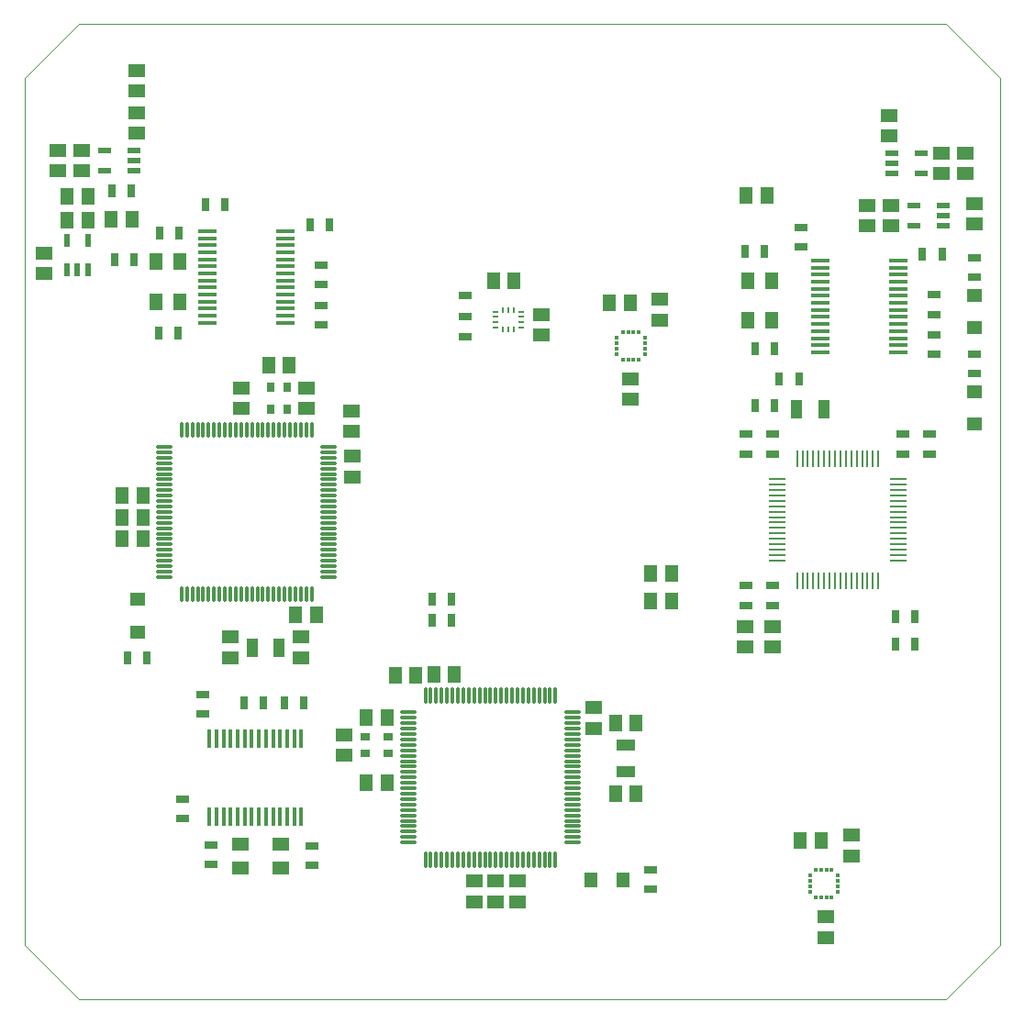
<source format=gtp>
G75*
%MOIN*%
%OFA0B0*%
%FSLAX25Y25*%
%IPPOS*%
%LPD*%
%AMOC8*
5,1,8,0,0,1.08239X$1,22.5*
%
%ADD10R,0.05906X0.05118*%
%ADD11R,0.05118X0.05906*%
%ADD12R,0.03937X0.07087*%
%ADD13R,0.03150X0.03543*%
%ADD14C,0.01181*%
%ADD15R,0.03150X0.04724*%
%ADD16C,0.00000*%
%ADD17R,0.06102X0.00984*%
%ADD18R,0.00984X0.06102*%
%ADD19R,0.06890X0.01575*%
%ADD20R,0.04724X0.03150*%
%ADD21R,0.04921X0.06299*%
%ADD22R,0.00984X0.03937*%
%ADD23R,0.03937X0.00984*%
%ADD24R,0.07087X0.03937*%
%ADD25R,0.01575X0.06890*%
%ADD26R,0.06299X0.04921*%
%ADD27R,0.03543X0.03150*%
%ADD28R,0.05512X0.04724*%
%ADD29R,0.04724X0.05512*%
%ADD30R,0.01770X0.01180*%
%ADD31R,0.01180X0.01770*%
%ADD32R,0.00984X0.01870*%
%ADD33R,0.01870X0.00984*%
%ADD34R,0.05118X0.02756*%
%ADD35R,0.04724X0.02362*%
%ADD36R,0.02362X0.04724*%
D10*
X0126400Y0094607D03*
X0126400Y0102087D03*
X0110652Y0130040D03*
X0110652Y0137520D03*
X0085061Y0137520D03*
X0085061Y0130040D03*
X0129509Y0195719D03*
X0129509Y0203199D03*
X0129213Y0212134D03*
X0129213Y0219615D03*
X0112620Y0220591D03*
X0112620Y0228071D03*
X0088998Y0228071D03*
X0088998Y0220591D03*
X0017548Y0269627D03*
X0017548Y0277107D03*
X0022298Y0306877D03*
X0022298Y0314357D03*
X0031048Y0314357D03*
X0031048Y0306877D03*
X0051048Y0320627D03*
X0051048Y0328107D03*
X0051098Y0335827D03*
X0051098Y0343307D03*
X0197945Y0254666D03*
X0197945Y0247186D03*
X0230550Y0231292D03*
X0230550Y0223812D03*
X0240940Y0252674D03*
X0240940Y0260154D03*
X0316298Y0286877D03*
X0316298Y0294357D03*
X0325048Y0294357D03*
X0325048Y0286877D03*
X0343298Y0305877D03*
X0343298Y0313357D03*
X0352048Y0313357D03*
X0352048Y0305877D03*
X0355548Y0295107D03*
X0355548Y0287627D03*
X0324548Y0319627D03*
X0324548Y0327107D03*
X0281912Y0141457D03*
X0281912Y0133977D03*
X0272069Y0133977D03*
X0272069Y0141457D03*
X0216951Y0111930D03*
X0216951Y0104449D03*
X0189392Y0048938D03*
X0189392Y0041457D03*
X0181518Y0041457D03*
X0181518Y0048938D03*
X0173644Y0048938D03*
X0173644Y0041457D03*
X0301472Y0035938D03*
X0301472Y0028457D03*
X0310808Y0058111D03*
X0310808Y0065591D03*
D11*
X0299638Y0063467D03*
X0292157Y0063467D03*
X0232502Y0080630D03*
X0225022Y0080630D03*
X0225022Y0106221D03*
X0232502Y0106221D03*
X0237865Y0150615D03*
X0245345Y0150615D03*
X0245345Y0160741D03*
X0237865Y0160741D03*
X0166446Y0123900D03*
X0158965Y0123900D03*
X0152430Y0123560D03*
X0144950Y0123560D03*
X0141951Y0108189D03*
X0134471Y0108189D03*
X0134471Y0084567D03*
X0141951Y0084567D03*
X0116361Y0145591D03*
X0108880Y0145591D03*
X0053369Y0173150D03*
X0045888Y0173150D03*
X0045888Y0181024D03*
X0053369Y0181024D03*
X0053369Y0188898D03*
X0045888Y0188898D03*
X0099038Y0236142D03*
X0106518Y0236142D03*
X0049280Y0289319D03*
X0041800Y0289319D03*
X0033288Y0288867D03*
X0025807Y0288867D03*
X0025807Y0297617D03*
X0033288Y0297617D03*
X0180737Y0266853D03*
X0188217Y0266853D03*
X0222872Y0259048D03*
X0230353Y0259048D03*
X0272557Y0297867D03*
X0280038Y0297867D03*
D12*
X0290802Y0220145D03*
X0300644Y0220145D03*
X0102778Y0133780D03*
X0092935Y0133780D03*
D13*
X0099825Y0220197D03*
X0105731Y0220197D03*
X0105731Y0228465D03*
X0099825Y0228465D03*
D14*
X0098841Y0215079D02*
X0098841Y0210551D01*
X0098841Y0210551D01*
X0098841Y0215079D01*
X0098841Y0215079D01*
X0098841Y0211731D02*
X0098841Y0211731D01*
X0098841Y0212911D02*
X0098841Y0212911D01*
X0098841Y0214091D02*
X0098841Y0214091D01*
X0100809Y0215079D02*
X0100809Y0210551D01*
X0100809Y0210551D01*
X0100809Y0215079D01*
X0100809Y0215079D01*
X0100809Y0211731D02*
X0100809Y0211731D01*
X0100809Y0212911D02*
X0100809Y0212911D01*
X0100809Y0214091D02*
X0100809Y0214091D01*
X0102778Y0215079D02*
X0102778Y0210551D01*
X0102778Y0210551D01*
X0102778Y0215079D01*
X0102778Y0215079D01*
X0102778Y0211731D02*
X0102778Y0211731D01*
X0102778Y0212911D02*
X0102778Y0212911D01*
X0102778Y0214091D02*
X0102778Y0214091D01*
X0104746Y0215079D02*
X0104746Y0210551D01*
X0104746Y0210551D01*
X0104746Y0215079D01*
X0104746Y0215079D01*
X0104746Y0211731D02*
X0104746Y0211731D01*
X0104746Y0212911D02*
X0104746Y0212911D01*
X0104746Y0214091D02*
X0104746Y0214091D01*
X0106715Y0215079D02*
X0106715Y0210551D01*
X0106715Y0210551D01*
X0106715Y0215079D01*
X0106715Y0215079D01*
X0106715Y0211731D02*
X0106715Y0211731D01*
X0106715Y0212911D02*
X0106715Y0212911D01*
X0106715Y0214091D02*
X0106715Y0214091D01*
X0108683Y0215079D02*
X0108683Y0210551D01*
X0108683Y0210551D01*
X0108683Y0215079D01*
X0108683Y0215079D01*
X0108683Y0211731D02*
X0108683Y0211731D01*
X0108683Y0212911D02*
X0108683Y0212911D01*
X0108683Y0214091D02*
X0108683Y0214091D01*
X0110652Y0215079D02*
X0110652Y0210551D01*
X0110652Y0210551D01*
X0110652Y0215079D01*
X0110652Y0215079D01*
X0110652Y0211731D02*
X0110652Y0211731D01*
X0110652Y0212911D02*
X0110652Y0212911D01*
X0110652Y0214091D02*
X0110652Y0214091D01*
X0112620Y0215079D02*
X0112620Y0210551D01*
X0112620Y0210551D01*
X0112620Y0215079D01*
X0112620Y0215079D01*
X0112620Y0211731D02*
X0112620Y0211731D01*
X0112620Y0212911D02*
X0112620Y0212911D01*
X0112620Y0214091D02*
X0112620Y0214091D01*
X0114589Y0215079D02*
X0114589Y0210551D01*
X0114589Y0210551D01*
X0114589Y0215079D01*
X0114589Y0215079D01*
X0114589Y0211731D02*
X0114589Y0211731D01*
X0114589Y0212911D02*
X0114589Y0212911D01*
X0114589Y0214091D02*
X0114589Y0214091D01*
X0118526Y0206615D02*
X0123054Y0206615D01*
X0123054Y0206615D01*
X0118526Y0206615D01*
X0118526Y0206615D01*
X0118526Y0204646D02*
X0123054Y0204646D01*
X0123054Y0204646D01*
X0118526Y0204646D01*
X0118526Y0204646D01*
X0118526Y0202678D02*
X0123054Y0202678D01*
X0123054Y0202678D01*
X0118526Y0202678D01*
X0118526Y0202678D01*
X0118526Y0200709D02*
X0123054Y0200709D01*
X0123054Y0200709D01*
X0118526Y0200709D01*
X0118526Y0200709D01*
X0118526Y0198741D02*
X0123054Y0198741D01*
X0123054Y0198741D01*
X0118526Y0198741D01*
X0118526Y0198741D01*
X0118526Y0196772D02*
X0123054Y0196772D01*
X0123054Y0196772D01*
X0118526Y0196772D01*
X0118526Y0196772D01*
X0118526Y0194804D02*
X0123054Y0194804D01*
X0123054Y0194804D01*
X0118526Y0194804D01*
X0118526Y0194804D01*
X0118526Y0192835D02*
X0123054Y0192835D01*
X0123054Y0192835D01*
X0118526Y0192835D01*
X0118526Y0192835D01*
X0118526Y0190867D02*
X0123054Y0190867D01*
X0123054Y0190867D01*
X0118526Y0190867D01*
X0118526Y0190867D01*
X0118526Y0188898D02*
X0123054Y0188898D01*
X0123054Y0188898D01*
X0118526Y0188898D01*
X0118526Y0188898D01*
X0118526Y0186930D02*
X0123054Y0186930D01*
X0123054Y0186930D01*
X0118526Y0186930D01*
X0118526Y0186930D01*
X0118526Y0184961D02*
X0123054Y0184961D01*
X0123054Y0184961D01*
X0118526Y0184961D01*
X0118526Y0184961D01*
X0118526Y0182993D02*
X0123054Y0182993D01*
X0123054Y0182993D01*
X0118526Y0182993D01*
X0118526Y0182993D01*
X0118526Y0181024D02*
X0123054Y0181024D01*
X0123054Y0181024D01*
X0118526Y0181024D01*
X0118526Y0181024D01*
X0118526Y0179056D02*
X0123054Y0179056D01*
X0123054Y0179056D01*
X0118526Y0179056D01*
X0118526Y0179056D01*
X0118526Y0177087D02*
X0123054Y0177087D01*
X0123054Y0177087D01*
X0118526Y0177087D01*
X0118526Y0177087D01*
X0118526Y0175119D02*
X0123054Y0175119D01*
X0123054Y0175119D01*
X0118526Y0175119D01*
X0118526Y0175119D01*
X0118526Y0173150D02*
X0123054Y0173150D01*
X0123054Y0173150D01*
X0118526Y0173150D01*
X0118526Y0173150D01*
X0118526Y0171182D02*
X0123054Y0171182D01*
X0123054Y0171182D01*
X0118526Y0171182D01*
X0118526Y0171182D01*
X0118526Y0169213D02*
X0123054Y0169213D01*
X0123054Y0169213D01*
X0118526Y0169213D01*
X0118526Y0169213D01*
X0118526Y0167245D02*
X0123054Y0167245D01*
X0123054Y0167245D01*
X0118526Y0167245D01*
X0118526Y0167245D01*
X0118526Y0165276D02*
X0123054Y0165276D01*
X0123054Y0165276D01*
X0118526Y0165276D01*
X0118526Y0165276D01*
X0118526Y0163308D02*
X0123054Y0163308D01*
X0123054Y0163308D01*
X0118526Y0163308D01*
X0118526Y0163308D01*
X0118526Y0161339D02*
X0123054Y0161339D01*
X0123054Y0161339D01*
X0118526Y0161339D01*
X0118526Y0161339D01*
X0118526Y0159371D02*
X0123054Y0159371D01*
X0123054Y0159371D01*
X0118526Y0159371D01*
X0118526Y0159371D01*
X0114589Y0155434D02*
X0114589Y0150906D01*
X0114589Y0150906D01*
X0114589Y0155434D01*
X0114589Y0155434D01*
X0114589Y0152086D02*
X0114589Y0152086D01*
X0114589Y0153266D02*
X0114589Y0153266D01*
X0114589Y0154446D02*
X0114589Y0154446D01*
X0112620Y0155434D02*
X0112620Y0150906D01*
X0112620Y0150906D01*
X0112620Y0155434D01*
X0112620Y0155434D01*
X0112620Y0152086D02*
X0112620Y0152086D01*
X0112620Y0153266D02*
X0112620Y0153266D01*
X0112620Y0154446D02*
X0112620Y0154446D01*
X0110652Y0155434D02*
X0110652Y0150906D01*
X0110652Y0150906D01*
X0110652Y0155434D01*
X0110652Y0155434D01*
X0110652Y0152086D02*
X0110652Y0152086D01*
X0110652Y0153266D02*
X0110652Y0153266D01*
X0110652Y0154446D02*
X0110652Y0154446D01*
X0108683Y0155434D02*
X0108683Y0150906D01*
X0108683Y0150906D01*
X0108683Y0155434D01*
X0108683Y0155434D01*
X0108683Y0152086D02*
X0108683Y0152086D01*
X0108683Y0153266D02*
X0108683Y0153266D01*
X0108683Y0154446D02*
X0108683Y0154446D01*
X0106715Y0155434D02*
X0106715Y0150906D01*
X0106715Y0150906D01*
X0106715Y0155434D01*
X0106715Y0155434D01*
X0106715Y0152086D02*
X0106715Y0152086D01*
X0106715Y0153266D02*
X0106715Y0153266D01*
X0106715Y0154446D02*
X0106715Y0154446D01*
X0104746Y0155434D02*
X0104746Y0150906D01*
X0104746Y0150906D01*
X0104746Y0155434D01*
X0104746Y0155434D01*
X0104746Y0152086D02*
X0104746Y0152086D01*
X0104746Y0153266D02*
X0104746Y0153266D01*
X0104746Y0154446D02*
X0104746Y0154446D01*
X0102778Y0155434D02*
X0102778Y0150906D01*
X0102778Y0150906D01*
X0102778Y0155434D01*
X0102778Y0155434D01*
X0102778Y0152086D02*
X0102778Y0152086D01*
X0102778Y0153266D02*
X0102778Y0153266D01*
X0102778Y0154446D02*
X0102778Y0154446D01*
X0100809Y0155434D02*
X0100809Y0150906D01*
X0100809Y0150906D01*
X0100809Y0155434D01*
X0100809Y0155434D01*
X0100809Y0152086D02*
X0100809Y0152086D01*
X0100809Y0153266D02*
X0100809Y0153266D01*
X0100809Y0154446D02*
X0100809Y0154446D01*
X0098841Y0155434D02*
X0098841Y0150906D01*
X0098841Y0150906D01*
X0098841Y0155434D01*
X0098841Y0155434D01*
X0098841Y0152086D02*
X0098841Y0152086D01*
X0098841Y0153266D02*
X0098841Y0153266D01*
X0098841Y0154446D02*
X0098841Y0154446D01*
X0096872Y0155434D02*
X0096872Y0150906D01*
X0096872Y0150906D01*
X0096872Y0155434D01*
X0096872Y0155434D01*
X0096872Y0152086D02*
X0096872Y0152086D01*
X0096872Y0153266D02*
X0096872Y0153266D01*
X0096872Y0154446D02*
X0096872Y0154446D01*
X0094904Y0155434D02*
X0094904Y0150906D01*
X0094904Y0150906D01*
X0094904Y0155434D01*
X0094904Y0155434D01*
X0094904Y0152086D02*
X0094904Y0152086D01*
X0094904Y0153266D02*
X0094904Y0153266D01*
X0094904Y0154446D02*
X0094904Y0154446D01*
X0092935Y0155434D02*
X0092935Y0150906D01*
X0092935Y0150906D01*
X0092935Y0155434D01*
X0092935Y0155434D01*
X0092935Y0152086D02*
X0092935Y0152086D01*
X0092935Y0153266D02*
X0092935Y0153266D01*
X0092935Y0154446D02*
X0092935Y0154446D01*
X0090967Y0155434D02*
X0090967Y0150906D01*
X0090967Y0150906D01*
X0090967Y0155434D01*
X0090967Y0155434D01*
X0090967Y0152086D02*
X0090967Y0152086D01*
X0090967Y0153266D02*
X0090967Y0153266D01*
X0090967Y0154446D02*
X0090967Y0154446D01*
X0088998Y0155434D02*
X0088998Y0150906D01*
X0088998Y0150906D01*
X0088998Y0155434D01*
X0088998Y0155434D01*
X0088998Y0152086D02*
X0088998Y0152086D01*
X0088998Y0153266D02*
X0088998Y0153266D01*
X0088998Y0154446D02*
X0088998Y0154446D01*
X0087030Y0155434D02*
X0087030Y0150906D01*
X0087030Y0150906D01*
X0087030Y0155434D01*
X0087030Y0155434D01*
X0087030Y0152086D02*
X0087030Y0152086D01*
X0087030Y0153266D02*
X0087030Y0153266D01*
X0087030Y0154446D02*
X0087030Y0154446D01*
X0085061Y0155434D02*
X0085061Y0150906D01*
X0085061Y0150906D01*
X0085061Y0155434D01*
X0085061Y0155434D01*
X0085061Y0152086D02*
X0085061Y0152086D01*
X0085061Y0153266D02*
X0085061Y0153266D01*
X0085061Y0154446D02*
X0085061Y0154446D01*
X0083093Y0155434D02*
X0083093Y0150906D01*
X0083093Y0150906D01*
X0083093Y0155434D01*
X0083093Y0155434D01*
X0083093Y0152086D02*
X0083093Y0152086D01*
X0083093Y0153266D02*
X0083093Y0153266D01*
X0083093Y0154446D02*
X0083093Y0154446D01*
X0081124Y0155434D02*
X0081124Y0150906D01*
X0081124Y0150906D01*
X0081124Y0155434D01*
X0081124Y0155434D01*
X0081124Y0152086D02*
X0081124Y0152086D01*
X0081124Y0153266D02*
X0081124Y0153266D01*
X0081124Y0154446D02*
X0081124Y0154446D01*
X0079156Y0155434D02*
X0079156Y0150906D01*
X0079156Y0150906D01*
X0079156Y0155434D01*
X0079156Y0155434D01*
X0079156Y0152086D02*
X0079156Y0152086D01*
X0079156Y0153266D02*
X0079156Y0153266D01*
X0079156Y0154446D02*
X0079156Y0154446D01*
X0077187Y0155434D02*
X0077187Y0150906D01*
X0077187Y0150906D01*
X0077187Y0155434D01*
X0077187Y0155434D01*
X0077187Y0152086D02*
X0077187Y0152086D01*
X0077187Y0153266D02*
X0077187Y0153266D01*
X0077187Y0154446D02*
X0077187Y0154446D01*
X0075219Y0155434D02*
X0075219Y0150906D01*
X0075219Y0150906D01*
X0075219Y0155434D01*
X0075219Y0155434D01*
X0075219Y0152086D02*
X0075219Y0152086D01*
X0075219Y0153266D02*
X0075219Y0153266D01*
X0075219Y0154446D02*
X0075219Y0154446D01*
X0073250Y0155434D02*
X0073250Y0150906D01*
X0073250Y0150906D01*
X0073250Y0155434D01*
X0073250Y0155434D01*
X0073250Y0152086D02*
X0073250Y0152086D01*
X0073250Y0153266D02*
X0073250Y0153266D01*
X0073250Y0154446D02*
X0073250Y0154446D01*
X0071282Y0155434D02*
X0071282Y0150906D01*
X0071282Y0150906D01*
X0071282Y0155434D01*
X0071282Y0155434D01*
X0071282Y0152086D02*
X0071282Y0152086D01*
X0071282Y0153266D02*
X0071282Y0153266D01*
X0071282Y0154446D02*
X0071282Y0154446D01*
X0069313Y0155434D02*
X0069313Y0150906D01*
X0069313Y0150906D01*
X0069313Y0155434D01*
X0069313Y0155434D01*
X0069313Y0152086D02*
X0069313Y0152086D01*
X0069313Y0153266D02*
X0069313Y0153266D01*
X0069313Y0154446D02*
X0069313Y0154446D01*
X0067345Y0155434D02*
X0067345Y0150906D01*
X0067345Y0150906D01*
X0067345Y0155434D01*
X0067345Y0155434D01*
X0067345Y0152086D02*
X0067345Y0152086D01*
X0067345Y0153266D02*
X0067345Y0153266D01*
X0067345Y0154446D02*
X0067345Y0154446D01*
X0063408Y0159371D02*
X0058880Y0159371D01*
X0063408Y0159371D02*
X0063408Y0159371D01*
X0058880Y0159371D01*
X0058880Y0159371D01*
X0058880Y0161339D02*
X0063408Y0161339D01*
X0063408Y0161339D01*
X0058880Y0161339D01*
X0058880Y0161339D01*
X0058880Y0163308D02*
X0063408Y0163308D01*
X0063408Y0163308D01*
X0058880Y0163308D01*
X0058880Y0163308D01*
X0058880Y0165276D02*
X0063408Y0165276D01*
X0063408Y0165276D01*
X0058880Y0165276D01*
X0058880Y0165276D01*
X0058880Y0167245D02*
X0063408Y0167245D01*
X0063408Y0167245D01*
X0058880Y0167245D01*
X0058880Y0167245D01*
X0058880Y0169213D02*
X0063408Y0169213D01*
X0063408Y0169213D01*
X0058880Y0169213D01*
X0058880Y0169213D01*
X0058880Y0171182D02*
X0063408Y0171182D01*
X0063408Y0171182D01*
X0058880Y0171182D01*
X0058880Y0171182D01*
X0058880Y0173150D02*
X0063408Y0173150D01*
X0063408Y0173150D01*
X0058880Y0173150D01*
X0058880Y0173150D01*
X0058880Y0175119D02*
X0063408Y0175119D01*
X0063408Y0175119D01*
X0058880Y0175119D01*
X0058880Y0175119D01*
X0058880Y0177087D02*
X0063408Y0177087D01*
X0063408Y0177087D01*
X0058880Y0177087D01*
X0058880Y0177087D01*
X0058880Y0179056D02*
X0063408Y0179056D01*
X0063408Y0179056D01*
X0058880Y0179056D01*
X0058880Y0179056D01*
X0058880Y0181024D02*
X0063408Y0181024D01*
X0063408Y0181024D01*
X0058880Y0181024D01*
X0058880Y0181024D01*
X0058880Y0182993D02*
X0063408Y0182993D01*
X0063408Y0182993D01*
X0058880Y0182993D01*
X0058880Y0182993D01*
X0058880Y0184961D02*
X0063408Y0184961D01*
X0063408Y0184961D01*
X0058880Y0184961D01*
X0058880Y0184961D01*
X0058880Y0186930D02*
X0063408Y0186930D01*
X0063408Y0186930D01*
X0058880Y0186930D01*
X0058880Y0186930D01*
X0058880Y0188898D02*
X0063408Y0188898D01*
X0063408Y0188898D01*
X0058880Y0188898D01*
X0058880Y0188898D01*
X0058880Y0190867D02*
X0063408Y0190867D01*
X0063408Y0190867D01*
X0058880Y0190867D01*
X0058880Y0190867D01*
X0058880Y0192835D02*
X0063408Y0192835D01*
X0063408Y0192835D01*
X0058880Y0192835D01*
X0058880Y0192835D01*
X0058880Y0194804D02*
X0063408Y0194804D01*
X0063408Y0194804D01*
X0058880Y0194804D01*
X0058880Y0194804D01*
X0058880Y0196772D02*
X0063408Y0196772D01*
X0063408Y0196772D01*
X0058880Y0196772D01*
X0058880Y0196772D01*
X0058880Y0198741D02*
X0063408Y0198741D01*
X0063408Y0198741D01*
X0058880Y0198741D01*
X0058880Y0198741D01*
X0058880Y0200709D02*
X0063408Y0200709D01*
X0063408Y0200709D01*
X0058880Y0200709D01*
X0058880Y0200709D01*
X0058880Y0202678D02*
X0063408Y0202678D01*
X0063408Y0202678D01*
X0058880Y0202678D01*
X0058880Y0202678D01*
X0058880Y0204646D02*
X0063408Y0204646D01*
X0063408Y0204646D01*
X0058880Y0204646D01*
X0058880Y0204646D01*
X0058880Y0206615D02*
X0063408Y0206615D01*
X0063408Y0206615D01*
X0058880Y0206615D01*
X0058880Y0206615D01*
X0067345Y0210551D02*
X0067345Y0215079D01*
X0067345Y0210551D02*
X0067345Y0210551D01*
X0067345Y0215079D01*
X0067345Y0215079D01*
X0067345Y0211731D02*
X0067345Y0211731D01*
X0067345Y0212911D02*
X0067345Y0212911D01*
X0067345Y0214091D02*
X0067345Y0214091D01*
X0069313Y0215079D02*
X0069313Y0210551D01*
X0069313Y0210551D01*
X0069313Y0215079D01*
X0069313Y0215079D01*
X0069313Y0211731D02*
X0069313Y0211731D01*
X0069313Y0212911D02*
X0069313Y0212911D01*
X0069313Y0214091D02*
X0069313Y0214091D01*
X0071282Y0215079D02*
X0071282Y0210551D01*
X0071282Y0210551D01*
X0071282Y0215079D01*
X0071282Y0215079D01*
X0071282Y0211731D02*
X0071282Y0211731D01*
X0071282Y0212911D02*
X0071282Y0212911D01*
X0071282Y0214091D02*
X0071282Y0214091D01*
X0073250Y0215079D02*
X0073250Y0210551D01*
X0073250Y0210551D01*
X0073250Y0215079D01*
X0073250Y0215079D01*
X0073250Y0211731D02*
X0073250Y0211731D01*
X0073250Y0212911D02*
X0073250Y0212911D01*
X0073250Y0214091D02*
X0073250Y0214091D01*
X0075219Y0215079D02*
X0075219Y0210551D01*
X0075219Y0210551D01*
X0075219Y0215079D01*
X0075219Y0215079D01*
X0075219Y0211731D02*
X0075219Y0211731D01*
X0075219Y0212911D02*
X0075219Y0212911D01*
X0075219Y0214091D02*
X0075219Y0214091D01*
X0077187Y0215079D02*
X0077187Y0210551D01*
X0077187Y0210551D01*
X0077187Y0215079D01*
X0077187Y0215079D01*
X0077187Y0211731D02*
X0077187Y0211731D01*
X0077187Y0212911D02*
X0077187Y0212911D01*
X0077187Y0214091D02*
X0077187Y0214091D01*
X0079156Y0215079D02*
X0079156Y0210551D01*
X0079156Y0210551D01*
X0079156Y0215079D01*
X0079156Y0215079D01*
X0079156Y0211731D02*
X0079156Y0211731D01*
X0079156Y0212911D02*
X0079156Y0212911D01*
X0079156Y0214091D02*
X0079156Y0214091D01*
X0081124Y0215079D02*
X0081124Y0210551D01*
X0081124Y0210551D01*
X0081124Y0215079D01*
X0081124Y0215079D01*
X0081124Y0211731D02*
X0081124Y0211731D01*
X0081124Y0212911D02*
X0081124Y0212911D01*
X0081124Y0214091D02*
X0081124Y0214091D01*
X0083093Y0215079D02*
X0083093Y0210551D01*
X0083093Y0210551D01*
X0083093Y0215079D01*
X0083093Y0215079D01*
X0083093Y0211731D02*
X0083093Y0211731D01*
X0083093Y0212911D02*
X0083093Y0212911D01*
X0083093Y0214091D02*
X0083093Y0214091D01*
X0085061Y0215079D02*
X0085061Y0210551D01*
X0085061Y0210551D01*
X0085061Y0215079D01*
X0085061Y0215079D01*
X0085061Y0211731D02*
X0085061Y0211731D01*
X0085061Y0212911D02*
X0085061Y0212911D01*
X0085061Y0214091D02*
X0085061Y0214091D01*
X0087030Y0215079D02*
X0087030Y0210551D01*
X0087030Y0210551D01*
X0087030Y0215079D01*
X0087030Y0215079D01*
X0087030Y0211731D02*
X0087030Y0211731D01*
X0087030Y0212911D02*
X0087030Y0212911D01*
X0087030Y0214091D02*
X0087030Y0214091D01*
X0088998Y0215079D02*
X0088998Y0210551D01*
X0088998Y0210551D01*
X0088998Y0215079D01*
X0088998Y0215079D01*
X0088998Y0211731D02*
X0088998Y0211731D01*
X0088998Y0212911D02*
X0088998Y0212911D01*
X0088998Y0214091D02*
X0088998Y0214091D01*
X0090967Y0215079D02*
X0090967Y0210551D01*
X0090967Y0210551D01*
X0090967Y0215079D01*
X0090967Y0215079D01*
X0090967Y0211731D02*
X0090967Y0211731D01*
X0090967Y0212911D02*
X0090967Y0212911D01*
X0090967Y0214091D02*
X0090967Y0214091D01*
X0092935Y0215079D02*
X0092935Y0210551D01*
X0092935Y0210551D01*
X0092935Y0215079D01*
X0092935Y0215079D01*
X0092935Y0211731D02*
X0092935Y0211731D01*
X0092935Y0212911D02*
X0092935Y0212911D01*
X0092935Y0214091D02*
X0092935Y0214091D01*
X0094904Y0215079D02*
X0094904Y0210551D01*
X0094904Y0210551D01*
X0094904Y0215079D01*
X0094904Y0215079D01*
X0094904Y0211731D02*
X0094904Y0211731D01*
X0094904Y0212911D02*
X0094904Y0212911D01*
X0094904Y0214091D02*
X0094904Y0214091D01*
X0096872Y0215079D02*
X0096872Y0210551D01*
X0096872Y0210551D01*
X0096872Y0215079D01*
X0096872Y0215079D01*
X0096872Y0211731D02*
X0096872Y0211731D01*
X0096872Y0212911D02*
X0096872Y0212911D01*
X0096872Y0214091D02*
X0096872Y0214091D01*
X0155928Y0118623D02*
X0155928Y0114095D01*
X0155928Y0118623D02*
X0155928Y0118623D01*
X0155928Y0114095D01*
X0155928Y0114095D01*
X0155928Y0115275D02*
X0155928Y0115275D01*
X0155928Y0116455D02*
X0155928Y0116455D01*
X0155928Y0117635D02*
X0155928Y0117635D01*
X0157896Y0118623D02*
X0157896Y0114095D01*
X0157896Y0118623D02*
X0157896Y0118623D01*
X0157896Y0114095D01*
X0157896Y0114095D01*
X0157896Y0115275D02*
X0157896Y0115275D01*
X0157896Y0116455D02*
X0157896Y0116455D01*
X0157896Y0117635D02*
X0157896Y0117635D01*
X0159865Y0118623D02*
X0159865Y0114095D01*
X0159865Y0118623D02*
X0159865Y0118623D01*
X0159865Y0114095D01*
X0159865Y0114095D01*
X0159865Y0115275D02*
X0159865Y0115275D01*
X0159865Y0116455D02*
X0159865Y0116455D01*
X0159865Y0117635D02*
X0159865Y0117635D01*
X0161833Y0118623D02*
X0161833Y0114095D01*
X0161833Y0118623D02*
X0161833Y0118623D01*
X0161833Y0114095D01*
X0161833Y0114095D01*
X0161833Y0115275D02*
X0161833Y0115275D01*
X0161833Y0116455D02*
X0161833Y0116455D01*
X0161833Y0117635D02*
X0161833Y0117635D01*
X0163802Y0118623D02*
X0163802Y0114095D01*
X0163802Y0118623D02*
X0163802Y0118623D01*
X0163802Y0114095D01*
X0163802Y0114095D01*
X0163802Y0115275D02*
X0163802Y0115275D01*
X0163802Y0116455D02*
X0163802Y0116455D01*
X0163802Y0117635D02*
X0163802Y0117635D01*
X0165770Y0118623D02*
X0165770Y0114095D01*
X0165770Y0118623D02*
X0165770Y0118623D01*
X0165770Y0114095D01*
X0165770Y0114095D01*
X0165770Y0115275D02*
X0165770Y0115275D01*
X0165770Y0116455D02*
X0165770Y0116455D01*
X0165770Y0117635D02*
X0165770Y0117635D01*
X0167739Y0118623D02*
X0167739Y0114095D01*
X0167739Y0118623D02*
X0167739Y0118623D01*
X0167739Y0114095D01*
X0167739Y0114095D01*
X0167739Y0115275D02*
X0167739Y0115275D01*
X0167739Y0116455D02*
X0167739Y0116455D01*
X0167739Y0117635D02*
X0167739Y0117635D01*
X0169707Y0118623D02*
X0169707Y0114095D01*
X0169707Y0118623D02*
X0169707Y0118623D01*
X0169707Y0114095D01*
X0169707Y0114095D01*
X0169707Y0115275D02*
X0169707Y0115275D01*
X0169707Y0116455D02*
X0169707Y0116455D01*
X0169707Y0117635D02*
X0169707Y0117635D01*
X0171676Y0118623D02*
X0171676Y0114095D01*
X0171676Y0118623D02*
X0171676Y0118623D01*
X0171676Y0114095D01*
X0171676Y0114095D01*
X0171676Y0115275D02*
X0171676Y0115275D01*
X0171676Y0116455D02*
X0171676Y0116455D01*
X0171676Y0117635D02*
X0171676Y0117635D01*
X0173644Y0118623D02*
X0173644Y0114095D01*
X0173644Y0118623D02*
X0173644Y0118623D01*
X0173644Y0114095D01*
X0173644Y0114095D01*
X0173644Y0115275D02*
X0173644Y0115275D01*
X0173644Y0116455D02*
X0173644Y0116455D01*
X0173644Y0117635D02*
X0173644Y0117635D01*
X0175613Y0118623D02*
X0175613Y0114095D01*
X0175613Y0118623D02*
X0175613Y0118623D01*
X0175613Y0114095D01*
X0175613Y0114095D01*
X0175613Y0115275D02*
X0175613Y0115275D01*
X0175613Y0116455D02*
X0175613Y0116455D01*
X0175613Y0117635D02*
X0175613Y0117635D01*
X0177581Y0118623D02*
X0177581Y0114095D01*
X0177581Y0118623D02*
X0177581Y0118623D01*
X0177581Y0114095D01*
X0177581Y0114095D01*
X0177581Y0115275D02*
X0177581Y0115275D01*
X0177581Y0116455D02*
X0177581Y0116455D01*
X0177581Y0117635D02*
X0177581Y0117635D01*
X0179550Y0118623D02*
X0179550Y0114095D01*
X0179550Y0118623D02*
X0179550Y0118623D01*
X0179550Y0114095D01*
X0179550Y0114095D01*
X0179550Y0115275D02*
X0179550Y0115275D01*
X0179550Y0116455D02*
X0179550Y0116455D01*
X0179550Y0117635D02*
X0179550Y0117635D01*
X0181518Y0118623D02*
X0181518Y0114095D01*
X0181518Y0118623D02*
X0181518Y0118623D01*
X0181518Y0114095D01*
X0181518Y0114095D01*
X0181518Y0115275D02*
X0181518Y0115275D01*
X0181518Y0116455D02*
X0181518Y0116455D01*
X0181518Y0117635D02*
X0181518Y0117635D01*
X0183487Y0118623D02*
X0183487Y0114095D01*
X0183487Y0118623D02*
X0183487Y0118623D01*
X0183487Y0114095D01*
X0183487Y0114095D01*
X0183487Y0115275D02*
X0183487Y0115275D01*
X0183487Y0116455D02*
X0183487Y0116455D01*
X0183487Y0117635D02*
X0183487Y0117635D01*
X0185455Y0118623D02*
X0185455Y0114095D01*
X0185455Y0118623D02*
X0185455Y0118623D01*
X0185455Y0114095D01*
X0185455Y0114095D01*
X0185455Y0115275D02*
X0185455Y0115275D01*
X0185455Y0116455D02*
X0185455Y0116455D01*
X0185455Y0117635D02*
X0185455Y0117635D01*
X0187424Y0118623D02*
X0187424Y0114095D01*
X0187424Y0118623D02*
X0187424Y0118623D01*
X0187424Y0114095D01*
X0187424Y0114095D01*
X0187424Y0115275D02*
X0187424Y0115275D01*
X0187424Y0116455D02*
X0187424Y0116455D01*
X0187424Y0117635D02*
X0187424Y0117635D01*
X0189392Y0118623D02*
X0189392Y0114095D01*
X0189392Y0118623D02*
X0189392Y0118623D01*
X0189392Y0114095D01*
X0189392Y0114095D01*
X0189392Y0115275D02*
X0189392Y0115275D01*
X0189392Y0116455D02*
X0189392Y0116455D01*
X0189392Y0117635D02*
X0189392Y0117635D01*
X0191361Y0118623D02*
X0191361Y0114095D01*
X0191361Y0118623D02*
X0191361Y0118623D01*
X0191361Y0114095D01*
X0191361Y0114095D01*
X0191361Y0115275D02*
X0191361Y0115275D01*
X0191361Y0116455D02*
X0191361Y0116455D01*
X0191361Y0117635D02*
X0191361Y0117635D01*
X0193329Y0118623D02*
X0193329Y0114095D01*
X0193329Y0118623D02*
X0193329Y0118623D01*
X0193329Y0114095D01*
X0193329Y0114095D01*
X0193329Y0115275D02*
X0193329Y0115275D01*
X0193329Y0116455D02*
X0193329Y0116455D01*
X0193329Y0117635D02*
X0193329Y0117635D01*
X0195298Y0118623D02*
X0195298Y0114095D01*
X0195298Y0118623D02*
X0195298Y0118623D01*
X0195298Y0114095D01*
X0195298Y0114095D01*
X0195298Y0115275D02*
X0195298Y0115275D01*
X0195298Y0116455D02*
X0195298Y0116455D01*
X0195298Y0117635D02*
X0195298Y0117635D01*
X0197266Y0118623D02*
X0197266Y0114095D01*
X0197266Y0118623D02*
X0197266Y0118623D01*
X0197266Y0114095D01*
X0197266Y0114095D01*
X0197266Y0115275D02*
X0197266Y0115275D01*
X0197266Y0116455D02*
X0197266Y0116455D01*
X0197266Y0117635D02*
X0197266Y0117635D01*
X0199235Y0118623D02*
X0199235Y0114095D01*
X0199235Y0118623D02*
X0199235Y0118623D01*
X0199235Y0114095D01*
X0199235Y0114095D01*
X0199235Y0115275D02*
X0199235Y0115275D01*
X0199235Y0116455D02*
X0199235Y0116455D01*
X0199235Y0117635D02*
X0199235Y0117635D01*
X0201203Y0118623D02*
X0201203Y0114095D01*
X0201203Y0118623D02*
X0201203Y0118623D01*
X0201203Y0114095D01*
X0201203Y0114095D01*
X0201203Y0115275D02*
X0201203Y0115275D01*
X0201203Y0116455D02*
X0201203Y0116455D01*
X0201203Y0117635D02*
X0201203Y0117635D01*
X0203172Y0118623D02*
X0203172Y0114095D01*
X0203172Y0118623D02*
X0203172Y0118623D01*
X0203172Y0114095D01*
X0203172Y0114095D01*
X0203172Y0115275D02*
X0203172Y0115275D01*
X0203172Y0116455D02*
X0203172Y0116455D01*
X0203172Y0117635D02*
X0203172Y0117635D01*
X0207108Y0110158D02*
X0211636Y0110158D01*
X0211636Y0110158D01*
X0207108Y0110158D01*
X0207108Y0110158D01*
X0207108Y0108190D02*
X0211636Y0108190D01*
X0211636Y0108190D01*
X0207108Y0108190D01*
X0207108Y0108190D01*
X0207108Y0106221D02*
X0211636Y0106221D01*
X0211636Y0106221D01*
X0207108Y0106221D01*
X0207108Y0106221D01*
X0207108Y0104252D02*
X0211636Y0104252D01*
X0211636Y0104252D01*
X0207108Y0104252D01*
X0207108Y0104252D01*
X0207108Y0102284D02*
X0211636Y0102284D01*
X0211636Y0102284D01*
X0207108Y0102284D01*
X0207108Y0102284D01*
X0207108Y0100315D02*
X0211636Y0100315D01*
X0211636Y0100315D01*
X0207108Y0100315D01*
X0207108Y0100315D01*
X0207108Y0098347D02*
X0211636Y0098347D01*
X0211636Y0098347D01*
X0207108Y0098347D01*
X0207108Y0098347D01*
X0207108Y0096378D02*
X0211636Y0096378D01*
X0211636Y0096378D01*
X0207108Y0096378D01*
X0207108Y0096378D01*
X0207108Y0094410D02*
X0211636Y0094410D01*
X0211636Y0094410D01*
X0207108Y0094410D01*
X0207108Y0094410D01*
X0207108Y0092441D02*
X0211636Y0092441D01*
X0211636Y0092441D01*
X0207108Y0092441D01*
X0207108Y0092441D01*
X0207108Y0090473D02*
X0211636Y0090473D01*
X0211636Y0090473D01*
X0207108Y0090473D01*
X0207108Y0090473D01*
X0207108Y0088504D02*
X0211636Y0088504D01*
X0211636Y0088504D01*
X0207108Y0088504D01*
X0207108Y0088504D01*
X0207108Y0086536D02*
X0211636Y0086536D01*
X0211636Y0086536D01*
X0207108Y0086536D01*
X0207108Y0086536D01*
X0207108Y0084567D02*
X0211636Y0084567D01*
X0211636Y0084567D01*
X0207108Y0084567D01*
X0207108Y0084567D01*
X0207108Y0082599D02*
X0211636Y0082599D01*
X0211636Y0082599D01*
X0207108Y0082599D01*
X0207108Y0082599D01*
X0207108Y0080630D02*
X0211636Y0080630D01*
X0211636Y0080630D01*
X0207108Y0080630D01*
X0207108Y0080630D01*
X0207108Y0078662D02*
X0211636Y0078662D01*
X0211636Y0078662D01*
X0207108Y0078662D01*
X0207108Y0078662D01*
X0207108Y0076693D02*
X0211636Y0076693D01*
X0211636Y0076693D01*
X0207108Y0076693D01*
X0207108Y0076693D01*
X0207108Y0074725D02*
X0211636Y0074725D01*
X0211636Y0074725D01*
X0207108Y0074725D01*
X0207108Y0074725D01*
X0207108Y0072756D02*
X0211636Y0072756D01*
X0211636Y0072756D01*
X0207108Y0072756D01*
X0207108Y0072756D01*
X0207108Y0070788D02*
X0211636Y0070788D01*
X0211636Y0070788D01*
X0207108Y0070788D01*
X0207108Y0070788D01*
X0207108Y0068819D02*
X0211636Y0068819D01*
X0211636Y0068819D01*
X0207108Y0068819D01*
X0207108Y0068819D01*
X0207108Y0066851D02*
X0211636Y0066851D01*
X0211636Y0066851D01*
X0207108Y0066851D01*
X0207108Y0066851D01*
X0207108Y0064882D02*
X0211636Y0064882D01*
X0211636Y0064882D01*
X0207108Y0064882D01*
X0207108Y0064882D01*
X0207108Y0062914D02*
X0211636Y0062914D01*
X0211636Y0062914D01*
X0207108Y0062914D01*
X0207108Y0062914D01*
X0203172Y0058977D02*
X0203172Y0054449D01*
X0203172Y0058977D02*
X0203172Y0058977D01*
X0203172Y0054449D01*
X0203172Y0054449D01*
X0203172Y0055629D02*
X0203172Y0055629D01*
X0203172Y0056809D02*
X0203172Y0056809D01*
X0203172Y0057989D02*
X0203172Y0057989D01*
X0201203Y0058977D02*
X0201203Y0054449D01*
X0201203Y0058977D02*
X0201203Y0058977D01*
X0201203Y0054449D01*
X0201203Y0054449D01*
X0201203Y0055629D02*
X0201203Y0055629D01*
X0201203Y0056809D02*
X0201203Y0056809D01*
X0201203Y0057989D02*
X0201203Y0057989D01*
X0199235Y0058977D02*
X0199235Y0054449D01*
X0199235Y0058977D02*
X0199235Y0058977D01*
X0199235Y0054449D01*
X0199235Y0054449D01*
X0199235Y0055629D02*
X0199235Y0055629D01*
X0199235Y0056809D02*
X0199235Y0056809D01*
X0199235Y0057989D02*
X0199235Y0057989D01*
X0197266Y0058977D02*
X0197266Y0054449D01*
X0197266Y0058977D02*
X0197266Y0058977D01*
X0197266Y0054449D01*
X0197266Y0054449D01*
X0197266Y0055629D02*
X0197266Y0055629D01*
X0197266Y0056809D02*
X0197266Y0056809D01*
X0197266Y0057989D02*
X0197266Y0057989D01*
X0195298Y0058977D02*
X0195298Y0054449D01*
X0195298Y0058977D02*
X0195298Y0058977D01*
X0195298Y0054449D01*
X0195298Y0054449D01*
X0195298Y0055629D02*
X0195298Y0055629D01*
X0195298Y0056809D02*
X0195298Y0056809D01*
X0195298Y0057989D02*
X0195298Y0057989D01*
X0193329Y0058977D02*
X0193329Y0054449D01*
X0193329Y0058977D02*
X0193329Y0058977D01*
X0193329Y0054449D01*
X0193329Y0054449D01*
X0193329Y0055629D02*
X0193329Y0055629D01*
X0193329Y0056809D02*
X0193329Y0056809D01*
X0193329Y0057989D02*
X0193329Y0057989D01*
X0191361Y0058977D02*
X0191361Y0054449D01*
X0191361Y0058977D02*
X0191361Y0058977D01*
X0191361Y0054449D01*
X0191361Y0054449D01*
X0191361Y0055629D02*
X0191361Y0055629D01*
X0191361Y0056809D02*
X0191361Y0056809D01*
X0191361Y0057989D02*
X0191361Y0057989D01*
X0189392Y0058977D02*
X0189392Y0054449D01*
X0189392Y0058977D02*
X0189392Y0058977D01*
X0189392Y0054449D01*
X0189392Y0054449D01*
X0189392Y0055629D02*
X0189392Y0055629D01*
X0189392Y0056809D02*
X0189392Y0056809D01*
X0189392Y0057989D02*
X0189392Y0057989D01*
X0187424Y0058977D02*
X0187424Y0054449D01*
X0187424Y0058977D02*
X0187424Y0058977D01*
X0187424Y0054449D01*
X0187424Y0054449D01*
X0187424Y0055629D02*
X0187424Y0055629D01*
X0187424Y0056809D02*
X0187424Y0056809D01*
X0187424Y0057989D02*
X0187424Y0057989D01*
X0185455Y0058977D02*
X0185455Y0054449D01*
X0185455Y0058977D02*
X0185455Y0058977D01*
X0185455Y0054449D01*
X0185455Y0054449D01*
X0185455Y0055629D02*
X0185455Y0055629D01*
X0185455Y0056809D02*
X0185455Y0056809D01*
X0185455Y0057989D02*
X0185455Y0057989D01*
X0183487Y0058977D02*
X0183487Y0054449D01*
X0183487Y0058977D02*
X0183487Y0058977D01*
X0183487Y0054449D01*
X0183487Y0054449D01*
X0183487Y0055629D02*
X0183487Y0055629D01*
X0183487Y0056809D02*
X0183487Y0056809D01*
X0183487Y0057989D02*
X0183487Y0057989D01*
X0181518Y0058977D02*
X0181518Y0054449D01*
X0181518Y0058977D02*
X0181518Y0058977D01*
X0181518Y0054449D01*
X0181518Y0054449D01*
X0181518Y0055629D02*
X0181518Y0055629D01*
X0181518Y0056809D02*
X0181518Y0056809D01*
X0181518Y0057989D02*
X0181518Y0057989D01*
X0179550Y0058977D02*
X0179550Y0054449D01*
X0179550Y0058977D02*
X0179550Y0058977D01*
X0179550Y0054449D01*
X0179550Y0054449D01*
X0179550Y0055629D02*
X0179550Y0055629D01*
X0179550Y0056809D02*
X0179550Y0056809D01*
X0179550Y0057989D02*
X0179550Y0057989D01*
X0177581Y0058977D02*
X0177581Y0054449D01*
X0177581Y0058977D02*
X0177581Y0058977D01*
X0177581Y0054449D01*
X0177581Y0054449D01*
X0177581Y0055629D02*
X0177581Y0055629D01*
X0177581Y0056809D02*
X0177581Y0056809D01*
X0177581Y0057989D02*
X0177581Y0057989D01*
X0175613Y0058977D02*
X0175613Y0054449D01*
X0175613Y0058977D02*
X0175613Y0058977D01*
X0175613Y0054449D01*
X0175613Y0054449D01*
X0175613Y0055629D02*
X0175613Y0055629D01*
X0175613Y0056809D02*
X0175613Y0056809D01*
X0175613Y0057989D02*
X0175613Y0057989D01*
X0173644Y0058977D02*
X0173644Y0054449D01*
X0173644Y0058977D02*
X0173644Y0058977D01*
X0173644Y0054449D01*
X0173644Y0054449D01*
X0173644Y0055629D02*
X0173644Y0055629D01*
X0173644Y0056809D02*
X0173644Y0056809D01*
X0173644Y0057989D02*
X0173644Y0057989D01*
X0171676Y0058977D02*
X0171676Y0054449D01*
X0171676Y0058977D02*
X0171676Y0058977D01*
X0171676Y0054449D01*
X0171676Y0054449D01*
X0171676Y0055629D02*
X0171676Y0055629D01*
X0171676Y0056809D02*
X0171676Y0056809D01*
X0171676Y0057989D02*
X0171676Y0057989D01*
X0169707Y0058977D02*
X0169707Y0054449D01*
X0169707Y0058977D02*
X0169707Y0058977D01*
X0169707Y0054449D01*
X0169707Y0054449D01*
X0169707Y0055629D02*
X0169707Y0055629D01*
X0169707Y0056809D02*
X0169707Y0056809D01*
X0169707Y0057989D02*
X0169707Y0057989D01*
X0167739Y0058977D02*
X0167739Y0054449D01*
X0167739Y0058977D02*
X0167739Y0058977D01*
X0167739Y0054449D01*
X0167739Y0054449D01*
X0167739Y0055629D02*
X0167739Y0055629D01*
X0167739Y0056809D02*
X0167739Y0056809D01*
X0167739Y0057989D02*
X0167739Y0057989D01*
X0165770Y0058977D02*
X0165770Y0054449D01*
X0165770Y0058977D02*
X0165770Y0058977D01*
X0165770Y0054449D01*
X0165770Y0054449D01*
X0165770Y0055629D02*
X0165770Y0055629D01*
X0165770Y0056809D02*
X0165770Y0056809D01*
X0165770Y0057989D02*
X0165770Y0057989D01*
X0163802Y0058977D02*
X0163802Y0054449D01*
X0163802Y0058977D02*
X0163802Y0058977D01*
X0163802Y0054449D01*
X0163802Y0054449D01*
X0163802Y0055629D02*
X0163802Y0055629D01*
X0163802Y0056809D02*
X0163802Y0056809D01*
X0163802Y0057989D02*
X0163802Y0057989D01*
X0161833Y0058977D02*
X0161833Y0054449D01*
X0161833Y0058977D02*
X0161833Y0058977D01*
X0161833Y0054449D01*
X0161833Y0054449D01*
X0161833Y0055629D02*
X0161833Y0055629D01*
X0161833Y0056809D02*
X0161833Y0056809D01*
X0161833Y0057989D02*
X0161833Y0057989D01*
X0159865Y0058977D02*
X0159865Y0054449D01*
X0159865Y0058977D02*
X0159865Y0058977D01*
X0159865Y0054449D01*
X0159865Y0054449D01*
X0159865Y0055629D02*
X0159865Y0055629D01*
X0159865Y0056809D02*
X0159865Y0056809D01*
X0159865Y0057989D02*
X0159865Y0057989D01*
X0157896Y0058977D02*
X0157896Y0054449D01*
X0157896Y0058977D02*
X0157896Y0058977D01*
X0157896Y0054449D01*
X0157896Y0054449D01*
X0157896Y0055629D02*
X0157896Y0055629D01*
X0157896Y0056809D02*
X0157896Y0056809D01*
X0157896Y0057989D02*
X0157896Y0057989D01*
X0155928Y0058977D02*
X0155928Y0054449D01*
X0155928Y0058977D02*
X0155928Y0058977D01*
X0155928Y0054449D01*
X0155928Y0054449D01*
X0155928Y0055629D02*
X0155928Y0055629D01*
X0155928Y0056809D02*
X0155928Y0056809D01*
X0155928Y0057989D02*
X0155928Y0057989D01*
X0151991Y0062914D02*
X0147463Y0062914D01*
X0151991Y0062914D02*
X0151991Y0062914D01*
X0147463Y0062914D01*
X0147463Y0062914D01*
X0147463Y0064882D02*
X0151991Y0064882D01*
X0151991Y0064882D01*
X0147463Y0064882D01*
X0147463Y0064882D01*
X0147463Y0066851D02*
X0151991Y0066851D01*
X0151991Y0066851D01*
X0147463Y0066851D01*
X0147463Y0066851D01*
X0147463Y0068819D02*
X0151991Y0068819D01*
X0151991Y0068819D01*
X0147463Y0068819D01*
X0147463Y0068819D01*
X0147463Y0070788D02*
X0151991Y0070788D01*
X0151991Y0070788D01*
X0147463Y0070788D01*
X0147463Y0070788D01*
X0147463Y0072756D02*
X0151991Y0072756D01*
X0151991Y0072756D01*
X0147463Y0072756D01*
X0147463Y0072756D01*
X0147463Y0074725D02*
X0151991Y0074725D01*
X0151991Y0074725D01*
X0147463Y0074725D01*
X0147463Y0074725D01*
X0147463Y0076693D02*
X0151991Y0076693D01*
X0151991Y0076693D01*
X0147463Y0076693D01*
X0147463Y0076693D01*
X0147463Y0078662D02*
X0151991Y0078662D01*
X0151991Y0078662D01*
X0147463Y0078662D01*
X0147463Y0078662D01*
X0147463Y0080630D02*
X0151991Y0080630D01*
X0151991Y0080630D01*
X0147463Y0080630D01*
X0147463Y0080630D01*
X0147463Y0082599D02*
X0151991Y0082599D01*
X0151991Y0082599D01*
X0147463Y0082599D01*
X0147463Y0082599D01*
X0147463Y0084567D02*
X0151991Y0084567D01*
X0151991Y0084567D01*
X0147463Y0084567D01*
X0147463Y0084567D01*
X0147463Y0086536D02*
X0151991Y0086536D01*
X0151991Y0086536D01*
X0147463Y0086536D01*
X0147463Y0086536D01*
X0147463Y0088504D02*
X0151991Y0088504D01*
X0151991Y0088504D01*
X0147463Y0088504D01*
X0147463Y0088504D01*
X0147463Y0090473D02*
X0151991Y0090473D01*
X0151991Y0090473D01*
X0147463Y0090473D01*
X0147463Y0090473D01*
X0147463Y0092441D02*
X0151991Y0092441D01*
X0151991Y0092441D01*
X0147463Y0092441D01*
X0147463Y0092441D01*
X0147463Y0094410D02*
X0151991Y0094410D01*
X0151991Y0094410D01*
X0147463Y0094410D01*
X0147463Y0094410D01*
X0147463Y0096378D02*
X0151991Y0096378D01*
X0151991Y0096378D01*
X0147463Y0096378D01*
X0147463Y0096378D01*
X0147463Y0098347D02*
X0151991Y0098347D01*
X0151991Y0098347D01*
X0147463Y0098347D01*
X0147463Y0098347D01*
X0147463Y0100315D02*
X0151991Y0100315D01*
X0151991Y0100315D01*
X0147463Y0100315D01*
X0147463Y0100315D01*
X0147463Y0102284D02*
X0151991Y0102284D01*
X0151991Y0102284D01*
X0147463Y0102284D01*
X0147463Y0102284D01*
X0147463Y0104252D02*
X0151991Y0104252D01*
X0151991Y0104252D01*
X0147463Y0104252D01*
X0147463Y0104252D01*
X0147463Y0106221D02*
X0151991Y0106221D01*
X0151991Y0106221D01*
X0147463Y0106221D01*
X0147463Y0106221D01*
X0147463Y0108190D02*
X0151991Y0108190D01*
X0151991Y0108190D01*
X0147463Y0108190D01*
X0147463Y0108190D01*
X0147463Y0110158D02*
X0151991Y0110158D01*
X0151991Y0110158D01*
X0147463Y0110158D01*
X0147463Y0110158D01*
D15*
X0158258Y0143560D03*
X0165345Y0143560D03*
X0165345Y0151434D03*
X0158258Y0151434D03*
X0111656Y0113603D03*
X0104569Y0113603D03*
X0097050Y0113603D03*
X0089963Y0113603D03*
X0054841Y0130067D03*
X0047754Y0130067D03*
X0058959Y0247953D03*
X0066046Y0247953D03*
X0050020Y0274637D03*
X0042934Y0274637D03*
X0059294Y0284371D03*
X0066380Y0284371D03*
X0076026Y0294705D03*
X0083113Y0294705D03*
X0113920Y0287323D03*
X0121006Y0287323D03*
X0049169Y0299637D03*
X0042082Y0299637D03*
X0272081Y0277586D03*
X0279168Y0277586D03*
X0275683Y0242153D03*
X0282770Y0242153D03*
X0284542Y0231327D03*
X0291628Y0231327D03*
X0282770Y0221484D03*
X0275683Y0221484D03*
X0336550Y0276602D03*
X0343636Y0276602D03*
X0333841Y0144867D03*
X0326754Y0144867D03*
X0326754Y0134867D03*
X0333841Y0134867D03*
D16*
X0010258Y0025512D02*
X0010258Y0340473D01*
X0029943Y0360158D01*
X0344904Y0360158D01*
X0364589Y0340473D01*
X0364589Y0025512D01*
X0344904Y0005827D01*
X0029943Y0005827D01*
X0010258Y0025512D01*
D17*
X0283676Y0165382D03*
X0283676Y0167350D03*
X0283676Y0169319D03*
X0283676Y0171287D03*
X0283676Y0173256D03*
X0283676Y0175224D03*
X0283676Y0177193D03*
X0283676Y0179161D03*
X0283676Y0181130D03*
X0283676Y0183098D03*
X0283676Y0185067D03*
X0283676Y0187035D03*
X0283676Y0189004D03*
X0283676Y0190972D03*
X0283676Y0192941D03*
X0283676Y0194909D03*
X0327770Y0194909D03*
X0327770Y0192941D03*
X0327770Y0190972D03*
X0327770Y0189004D03*
X0327770Y0187035D03*
X0327770Y0185067D03*
X0327770Y0183098D03*
X0327770Y0181130D03*
X0327770Y0179161D03*
X0327770Y0177193D03*
X0327770Y0175224D03*
X0327770Y0173256D03*
X0327770Y0171287D03*
X0327770Y0169319D03*
X0327770Y0167350D03*
X0327770Y0165382D03*
D18*
X0320487Y0158098D03*
X0318518Y0158098D03*
X0316550Y0158098D03*
X0314581Y0158098D03*
X0312613Y0158098D03*
X0310644Y0158098D03*
X0308676Y0158098D03*
X0306707Y0158098D03*
X0304739Y0158098D03*
X0302770Y0158098D03*
X0300802Y0158098D03*
X0298833Y0158098D03*
X0296865Y0158098D03*
X0294896Y0158098D03*
X0292928Y0158098D03*
X0290959Y0158098D03*
X0290959Y0202193D03*
X0292928Y0202193D03*
X0294896Y0202193D03*
X0296865Y0202193D03*
X0298833Y0202193D03*
X0300802Y0202193D03*
X0302770Y0202193D03*
X0304739Y0202193D03*
X0306707Y0202193D03*
X0308676Y0202193D03*
X0310644Y0202193D03*
X0312613Y0202193D03*
X0314581Y0202193D03*
X0316550Y0202193D03*
X0318518Y0202193D03*
X0320487Y0202193D03*
D19*
X0327770Y0241012D03*
X0327770Y0243571D03*
X0327770Y0246130D03*
X0327770Y0248689D03*
X0327770Y0251248D03*
X0327770Y0253807D03*
X0327770Y0256366D03*
X0327770Y0258925D03*
X0327770Y0261484D03*
X0327770Y0264043D03*
X0327770Y0266602D03*
X0327770Y0269161D03*
X0327770Y0271720D03*
X0327770Y0274279D03*
X0299424Y0274279D03*
X0299424Y0271720D03*
X0299424Y0269161D03*
X0299424Y0266602D03*
X0299424Y0264043D03*
X0299424Y0261484D03*
X0299424Y0258925D03*
X0299424Y0256366D03*
X0299424Y0253807D03*
X0299424Y0251248D03*
X0299424Y0248689D03*
X0299424Y0246130D03*
X0299424Y0243571D03*
X0299424Y0241012D03*
X0105140Y0251733D03*
X0105140Y0254292D03*
X0105140Y0256851D03*
X0105140Y0259410D03*
X0105140Y0261969D03*
X0105140Y0264528D03*
X0105140Y0267087D03*
X0105140Y0269646D03*
X0105140Y0272205D03*
X0105140Y0274764D03*
X0105140Y0277323D03*
X0105140Y0279882D03*
X0105140Y0282441D03*
X0105140Y0285001D03*
X0076794Y0285001D03*
X0076794Y0282441D03*
X0076794Y0279882D03*
X0076794Y0277323D03*
X0076794Y0274764D03*
X0076794Y0272205D03*
X0076794Y0269646D03*
X0076794Y0267087D03*
X0076794Y0264528D03*
X0076794Y0261969D03*
X0076794Y0259410D03*
X0076794Y0256851D03*
X0076794Y0254292D03*
X0076794Y0251733D03*
D20*
X0118034Y0250886D03*
X0118034Y0257973D03*
X0118034Y0265493D03*
X0118034Y0272579D03*
X0272258Y0211169D03*
X0272258Y0204082D03*
X0282101Y0204082D03*
X0282101Y0211169D03*
X0329345Y0211169D03*
X0329345Y0204082D03*
X0339187Y0204082D03*
X0339187Y0211169D03*
X0355298Y0233323D03*
X0355298Y0240410D03*
X0340664Y0240165D03*
X0340664Y0247252D03*
X0340664Y0254771D03*
X0340664Y0261858D03*
X0355298Y0268323D03*
X0355298Y0275410D03*
X0292435Y0279378D03*
X0292435Y0286464D03*
X0282101Y0156208D03*
X0282101Y0149122D03*
X0272258Y0149122D03*
X0272258Y0156208D03*
X0237672Y0053049D03*
X0237672Y0045963D03*
X0114589Y0054528D03*
X0114589Y0061615D03*
X0078172Y0061949D03*
X0078172Y0054863D03*
X0067837Y0071595D03*
X0067837Y0078682D03*
X0075219Y0109489D03*
X0075219Y0116575D03*
D21*
X0066833Y0259292D03*
X0058172Y0259292D03*
X0058172Y0273859D03*
X0066833Y0273859D03*
X0272928Y0267075D03*
X0281589Y0267075D03*
X0281589Y0252508D03*
X0272928Y0252508D03*
D22*
X0335841Y0276602D03*
X0113211Y0287323D03*
X0075711Y0294705D03*
X0097365Y0113603D03*
X0105534Y0099922D03*
X0108093Y0099331D03*
X0111046Y0099331D03*
X0111046Y0073741D03*
X0108093Y0073741D03*
D23*
X0067837Y0071280D03*
X0075219Y0108780D03*
X0078172Y0251497D03*
X0078172Y0254449D03*
X0103762Y0254449D03*
X0104353Y0257008D03*
X0103762Y0251497D03*
X0118034Y0265178D03*
X0272128Y0156671D03*
X0272328Y0203390D03*
X0339192Y0203312D03*
X0340664Y0254456D03*
X0292435Y0279063D03*
D24*
X0228762Y0098347D03*
X0228762Y0088504D03*
D25*
X0110809Y0100709D03*
X0108250Y0100709D03*
X0105691Y0100709D03*
X0103132Y0100709D03*
X0100573Y0100709D03*
X0098014Y0100709D03*
X0095455Y0100709D03*
X0092896Y0100709D03*
X0090337Y0100709D03*
X0087778Y0100709D03*
X0085219Y0100709D03*
X0082660Y0100709D03*
X0080101Y0100709D03*
X0077542Y0100709D03*
X0077542Y0072363D03*
X0080101Y0072363D03*
X0082660Y0072363D03*
X0085219Y0072363D03*
X0087778Y0072363D03*
X0090337Y0072363D03*
X0092896Y0072363D03*
X0095455Y0072363D03*
X0098014Y0072363D03*
X0100573Y0072363D03*
X0103132Y0072363D03*
X0105691Y0072363D03*
X0108250Y0072363D03*
X0110809Y0072363D03*
D26*
X0103250Y0062402D03*
X0103250Y0053741D03*
X0088683Y0053741D03*
X0088683Y0062402D03*
D27*
X0134077Y0095394D03*
X0134077Y0101300D03*
X0142345Y0101300D03*
X0142345Y0095394D03*
D28*
X0051298Y0139361D03*
X0051298Y0151172D03*
X0355298Y0214961D03*
X0355298Y0226772D03*
X0355298Y0249961D03*
X0355298Y0261772D03*
D29*
X0227717Y0049418D03*
X0215906Y0049418D03*
D30*
X0295577Y0049024D03*
X0295577Y0047056D03*
X0295577Y0045087D03*
X0295577Y0050993D03*
X0305617Y0050993D03*
X0305617Y0049024D03*
X0305617Y0047056D03*
X0305617Y0045087D03*
X0235569Y0240347D03*
X0235569Y0242315D03*
X0235569Y0244284D03*
X0235569Y0246252D03*
X0225530Y0246252D03*
X0225530Y0244284D03*
X0225530Y0242315D03*
X0225530Y0240347D03*
D31*
X0227597Y0238280D03*
X0229565Y0238280D03*
X0231534Y0238280D03*
X0233502Y0238280D03*
X0233502Y0248319D03*
X0231534Y0248319D03*
X0229565Y0248319D03*
X0227597Y0248319D03*
X0297644Y0053060D03*
X0299613Y0053060D03*
X0301581Y0053060D03*
X0303550Y0053060D03*
X0303550Y0043020D03*
X0301581Y0043020D03*
X0299613Y0043020D03*
X0297644Y0043020D03*
D32*
X0188054Y0249243D03*
X0186085Y0249243D03*
X0184117Y0249243D03*
X0184117Y0256428D03*
X0186085Y0256428D03*
X0188054Y0256428D03*
D33*
X0190662Y0255788D03*
X0190662Y0253819D03*
X0190662Y0251851D03*
X0190662Y0249882D03*
X0181508Y0249882D03*
X0181508Y0251851D03*
X0181508Y0253819D03*
X0181508Y0255788D03*
D34*
X0170367Y0254115D03*
X0170367Y0261595D03*
X0170367Y0246634D03*
D35*
X0050113Y0306877D03*
X0050113Y0310617D03*
X0050113Y0314357D03*
X0039483Y0314357D03*
X0039483Y0306877D03*
X0325483Y0305877D03*
X0325483Y0309617D03*
X0325483Y0313357D03*
X0336113Y0313357D03*
X0336113Y0305877D03*
X0333483Y0294357D03*
X0333483Y0286877D03*
X0344113Y0286877D03*
X0344113Y0290617D03*
X0344113Y0294357D03*
D36*
X0033288Y0281682D03*
X0025807Y0281682D03*
X0025807Y0271052D03*
X0029548Y0271052D03*
X0033288Y0271052D03*
M02*

</source>
